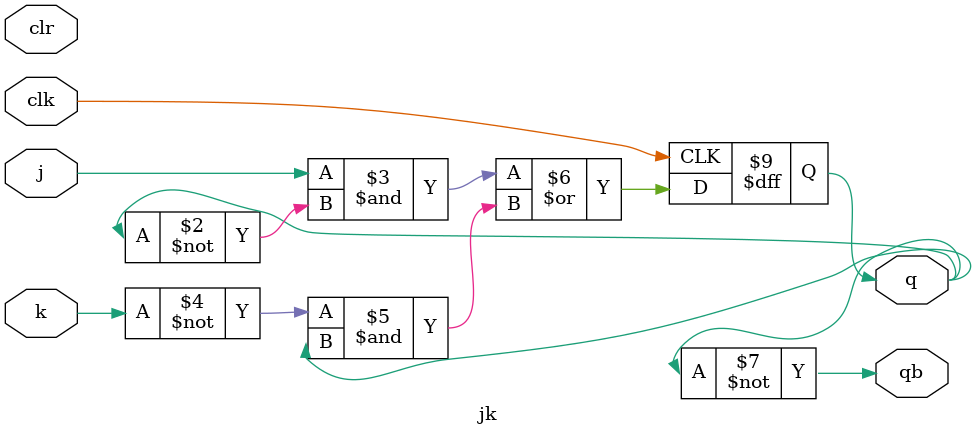
<source format=v>
`timescale 1ns / 1ps
module jk(q,qb,j,k,clk, clr);
output q, qb;
input clk;
input clr;
input j, k;
reg q;
initial
q=0;

always@(negedge clk)
begin
q= (j & (~q)) | ((~k) & q);

end
assign qb=~q;


endmodule

</source>
